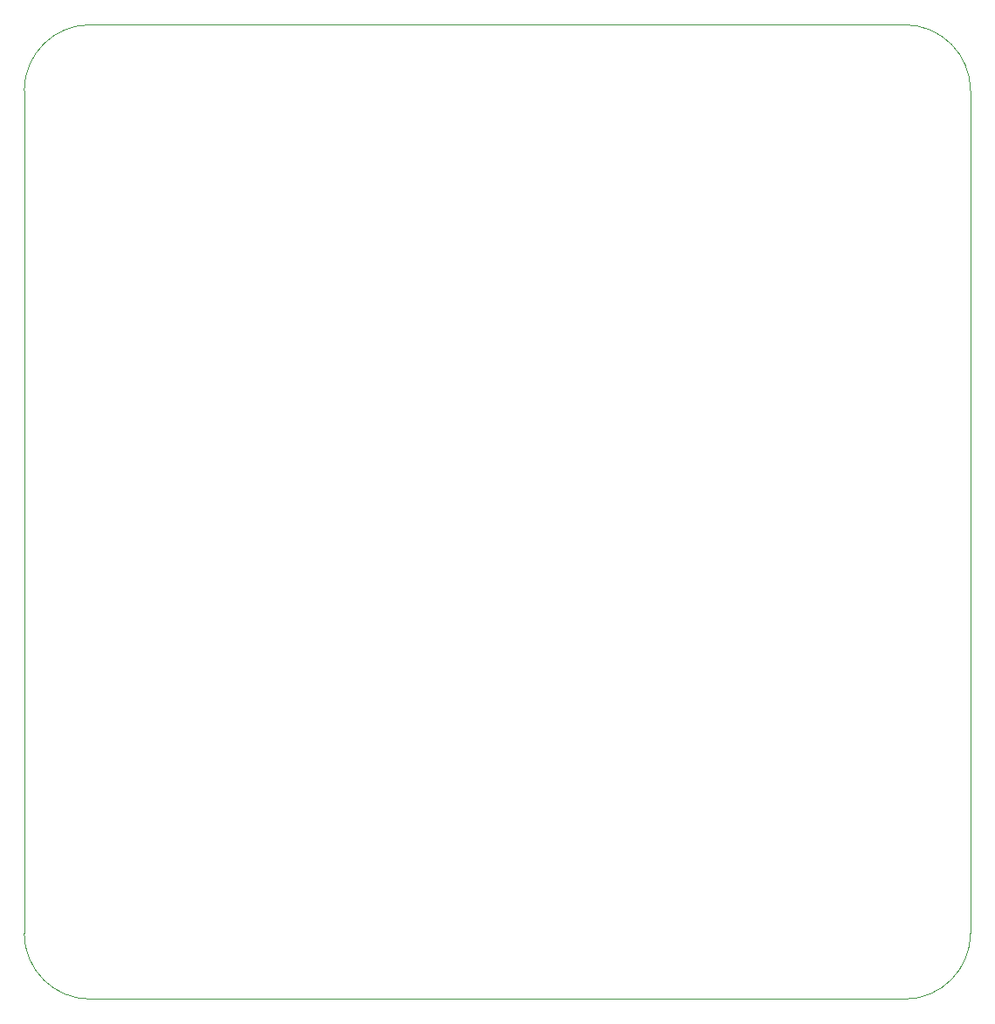
<source format=gbr>
%TF.GenerationSoftware,KiCad,Pcbnew,7.0.7*%
%TF.CreationDate,2024-06-15T17:22:07-05:00*%
%TF.ProjectId,Rev2.2,52657632-2e32-42e6-9b69-6361645f7063,rev?*%
%TF.SameCoordinates,Original*%
%TF.FileFunction,Profile,NP*%
%FSLAX46Y46*%
G04 Gerber Fmt 4.6, Leading zero omitted, Abs format (unit mm)*
G04 Created by KiCad (PCBNEW 7.0.7) date 2024-06-15 17:22:07*
%MOMM*%
%LPD*%
G01*
G04 APERTURE LIST*
%TA.AperFunction,Profile*%
%ADD10C,0.100000*%
%TD*%
G04 APERTURE END LIST*
D10*
X186400000Y-152600000D02*
G75*
G03*
X192800000Y-146200000I0J6400000D01*
G01*
X101000000Y-64500000D02*
X101000000Y-146200000D01*
X101000000Y-146200000D02*
G75*
G03*
X107400000Y-152600000I6400000J0D01*
G01*
X192800000Y-64500000D02*
G75*
G03*
X186400000Y-58100000I-6400000J0D01*
G01*
X107400000Y-58100000D02*
G75*
G03*
X101000000Y-64500000I0J-6400000D01*
G01*
X192800000Y-146200000D02*
X192800000Y-64500000D01*
X107400000Y-152600000D02*
X186400000Y-152600000D01*
X186400000Y-58100000D02*
X107400000Y-58100000D01*
M02*

</source>
